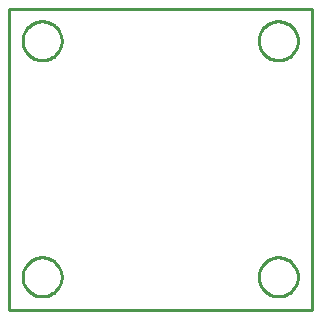
<source format=gbr>
G04 EAGLE Gerber RS-274X export*
G75*
%MOMM*%
%FSLAX34Y34*%
%LPD*%
%IN*%
%IPPOS*%
%AMOC8*
5,1,8,0,0,1.08239X$1,22.5*%
G01*
%ADD10C,0.254000*%


D10*
X0Y0D02*
X256340Y0D01*
X256340Y254510D01*
X0Y254510D01*
X0Y0D01*
X44450Y27400D02*
X44450Y28480D01*
X44379Y29559D01*
X44238Y30631D01*
X44027Y31691D01*
X43748Y32735D01*
X43400Y33759D01*
X42986Y34757D01*
X42508Y35727D01*
X41968Y36663D01*
X41367Y37562D01*
X40709Y38419D01*
X39997Y39232D01*
X39232Y39997D01*
X38419Y40709D01*
X37562Y41367D01*
X36663Y41968D01*
X35727Y42508D01*
X34757Y42986D01*
X33759Y43400D01*
X32735Y43748D01*
X31691Y44027D01*
X30631Y44238D01*
X29559Y44379D01*
X28480Y44450D01*
X27400Y44450D01*
X26321Y44379D01*
X25249Y44238D01*
X24189Y44027D01*
X23145Y43748D01*
X22121Y43400D01*
X21123Y42986D01*
X20153Y42508D01*
X19217Y41968D01*
X18318Y41367D01*
X17461Y40709D01*
X16648Y39997D01*
X15884Y39232D01*
X15171Y38419D01*
X14513Y37562D01*
X13912Y36663D01*
X13372Y35727D01*
X12894Y34757D01*
X12480Y33759D01*
X12132Y32735D01*
X11853Y31691D01*
X11642Y30631D01*
X11501Y29559D01*
X11430Y28480D01*
X11430Y27400D01*
X11501Y26321D01*
X11642Y25249D01*
X11853Y24189D01*
X12132Y23145D01*
X12480Y22121D01*
X12894Y21123D01*
X13372Y20153D01*
X13912Y19217D01*
X14513Y18318D01*
X15171Y17461D01*
X15884Y16648D01*
X16648Y15884D01*
X17461Y15171D01*
X18318Y14513D01*
X19217Y13912D01*
X20153Y13372D01*
X21123Y12894D01*
X22121Y12480D01*
X23145Y12132D01*
X24189Y11853D01*
X25249Y11642D01*
X26321Y11501D01*
X27400Y11430D01*
X28480Y11430D01*
X29559Y11501D01*
X30631Y11642D01*
X31691Y11853D01*
X32735Y12132D01*
X33759Y12480D01*
X34757Y12894D01*
X35727Y13372D01*
X36663Y13912D01*
X37562Y14513D01*
X38419Y15171D01*
X39232Y15884D01*
X39997Y16648D01*
X40709Y17461D01*
X41367Y18318D01*
X41968Y19217D01*
X42508Y20153D01*
X42986Y21123D01*
X43400Y22121D01*
X43748Y23145D01*
X44027Y24189D01*
X44238Y25249D01*
X44379Y26321D01*
X44450Y27400D01*
X44450Y227298D02*
X44450Y228378D01*
X44379Y229457D01*
X44238Y230529D01*
X44027Y231589D01*
X43748Y232633D01*
X43400Y233657D01*
X42986Y234655D01*
X42508Y235625D01*
X41968Y236561D01*
X41367Y237460D01*
X40709Y238317D01*
X39997Y239130D01*
X39232Y239895D01*
X38419Y240607D01*
X37562Y241265D01*
X36663Y241866D01*
X35727Y242406D01*
X34757Y242884D01*
X33759Y243298D01*
X32735Y243646D01*
X31691Y243925D01*
X30631Y244136D01*
X29559Y244277D01*
X28480Y244348D01*
X27400Y244348D01*
X26321Y244277D01*
X25249Y244136D01*
X24189Y243925D01*
X23145Y243646D01*
X22121Y243298D01*
X21123Y242884D01*
X20153Y242406D01*
X19217Y241866D01*
X18318Y241265D01*
X17461Y240607D01*
X16648Y239895D01*
X15884Y239130D01*
X15171Y238317D01*
X14513Y237460D01*
X13912Y236561D01*
X13372Y235625D01*
X12894Y234655D01*
X12480Y233657D01*
X12132Y232633D01*
X11853Y231589D01*
X11642Y230529D01*
X11501Y229457D01*
X11430Y228378D01*
X11430Y227298D01*
X11501Y226219D01*
X11642Y225147D01*
X11853Y224087D01*
X12132Y223043D01*
X12480Y222019D01*
X12894Y221021D01*
X13372Y220051D01*
X13912Y219115D01*
X14513Y218216D01*
X15171Y217359D01*
X15884Y216546D01*
X16648Y215782D01*
X17461Y215069D01*
X18318Y214411D01*
X19217Y213810D01*
X20153Y213270D01*
X21123Y212792D01*
X22121Y212378D01*
X23145Y212030D01*
X24189Y211751D01*
X25249Y211540D01*
X26321Y211399D01*
X27400Y211328D01*
X28480Y211328D01*
X29559Y211399D01*
X30631Y211540D01*
X31691Y211751D01*
X32735Y212030D01*
X33759Y212378D01*
X34757Y212792D01*
X35727Y213270D01*
X36663Y213810D01*
X37562Y214411D01*
X38419Y215069D01*
X39232Y215782D01*
X39997Y216546D01*
X40709Y217359D01*
X41367Y218216D01*
X41968Y219115D01*
X42508Y220051D01*
X42986Y221021D01*
X43400Y222019D01*
X43748Y223043D01*
X44027Y224087D01*
X44238Y225147D01*
X44379Y226219D01*
X44450Y227298D01*
X244348Y27400D02*
X244348Y28480D01*
X244277Y29559D01*
X244136Y30631D01*
X243925Y31691D01*
X243646Y32735D01*
X243298Y33759D01*
X242884Y34757D01*
X242406Y35727D01*
X241866Y36663D01*
X241265Y37562D01*
X240607Y38419D01*
X239895Y39232D01*
X239130Y39997D01*
X238317Y40709D01*
X237460Y41367D01*
X236561Y41968D01*
X235625Y42508D01*
X234655Y42986D01*
X233657Y43400D01*
X232633Y43748D01*
X231589Y44027D01*
X230529Y44238D01*
X229457Y44379D01*
X228378Y44450D01*
X227298Y44450D01*
X226219Y44379D01*
X225147Y44238D01*
X224087Y44027D01*
X223043Y43748D01*
X222019Y43400D01*
X221021Y42986D01*
X220051Y42508D01*
X219115Y41968D01*
X218216Y41367D01*
X217359Y40709D01*
X216546Y39997D01*
X215782Y39232D01*
X215069Y38419D01*
X214411Y37562D01*
X213810Y36663D01*
X213270Y35727D01*
X212792Y34757D01*
X212378Y33759D01*
X212030Y32735D01*
X211751Y31691D01*
X211540Y30631D01*
X211399Y29559D01*
X211328Y28480D01*
X211328Y27400D01*
X211399Y26321D01*
X211540Y25249D01*
X211751Y24189D01*
X212030Y23145D01*
X212378Y22121D01*
X212792Y21123D01*
X213270Y20153D01*
X213810Y19217D01*
X214411Y18318D01*
X215069Y17461D01*
X215782Y16648D01*
X216546Y15884D01*
X217359Y15171D01*
X218216Y14513D01*
X219115Y13912D01*
X220051Y13372D01*
X221021Y12894D01*
X222019Y12480D01*
X223043Y12132D01*
X224087Y11853D01*
X225147Y11642D01*
X226219Y11501D01*
X227298Y11430D01*
X228378Y11430D01*
X229457Y11501D01*
X230529Y11642D01*
X231589Y11853D01*
X232633Y12132D01*
X233657Y12480D01*
X234655Y12894D01*
X235625Y13372D01*
X236561Y13912D01*
X237460Y14513D01*
X238317Y15171D01*
X239130Y15884D01*
X239895Y16648D01*
X240607Y17461D01*
X241265Y18318D01*
X241866Y19217D01*
X242406Y20153D01*
X242884Y21123D01*
X243298Y22121D01*
X243646Y23145D01*
X243925Y24189D01*
X244136Y25249D01*
X244277Y26321D01*
X244348Y27400D01*
X244348Y227298D02*
X244348Y228378D01*
X244277Y229457D01*
X244136Y230529D01*
X243925Y231589D01*
X243646Y232633D01*
X243298Y233657D01*
X242884Y234655D01*
X242406Y235625D01*
X241866Y236561D01*
X241265Y237460D01*
X240607Y238317D01*
X239895Y239130D01*
X239130Y239895D01*
X238317Y240607D01*
X237460Y241265D01*
X236561Y241866D01*
X235625Y242406D01*
X234655Y242884D01*
X233657Y243298D01*
X232633Y243646D01*
X231589Y243925D01*
X230529Y244136D01*
X229457Y244277D01*
X228378Y244348D01*
X227298Y244348D01*
X226219Y244277D01*
X225147Y244136D01*
X224087Y243925D01*
X223043Y243646D01*
X222019Y243298D01*
X221021Y242884D01*
X220051Y242406D01*
X219115Y241866D01*
X218216Y241265D01*
X217359Y240607D01*
X216546Y239895D01*
X215782Y239130D01*
X215069Y238317D01*
X214411Y237460D01*
X213810Y236561D01*
X213270Y235625D01*
X212792Y234655D01*
X212378Y233657D01*
X212030Y232633D01*
X211751Y231589D01*
X211540Y230529D01*
X211399Y229457D01*
X211328Y228378D01*
X211328Y227298D01*
X211399Y226219D01*
X211540Y225147D01*
X211751Y224087D01*
X212030Y223043D01*
X212378Y222019D01*
X212792Y221021D01*
X213270Y220051D01*
X213810Y219115D01*
X214411Y218216D01*
X215069Y217359D01*
X215782Y216546D01*
X216546Y215782D01*
X217359Y215069D01*
X218216Y214411D01*
X219115Y213810D01*
X220051Y213270D01*
X221021Y212792D01*
X222019Y212378D01*
X223043Y212030D01*
X224087Y211751D01*
X225147Y211540D01*
X226219Y211399D01*
X227298Y211328D01*
X228378Y211328D01*
X229457Y211399D01*
X230529Y211540D01*
X231589Y211751D01*
X232633Y212030D01*
X233657Y212378D01*
X234655Y212792D01*
X235625Y213270D01*
X236561Y213810D01*
X237460Y214411D01*
X238317Y215069D01*
X239130Y215782D01*
X239895Y216546D01*
X240607Y217359D01*
X241265Y218216D01*
X241866Y219115D01*
X242406Y220051D01*
X242884Y221021D01*
X243298Y222019D01*
X243646Y223043D01*
X243925Y224087D01*
X244136Y225147D01*
X244277Y226219D01*
X244348Y227298D01*
M02*

</source>
